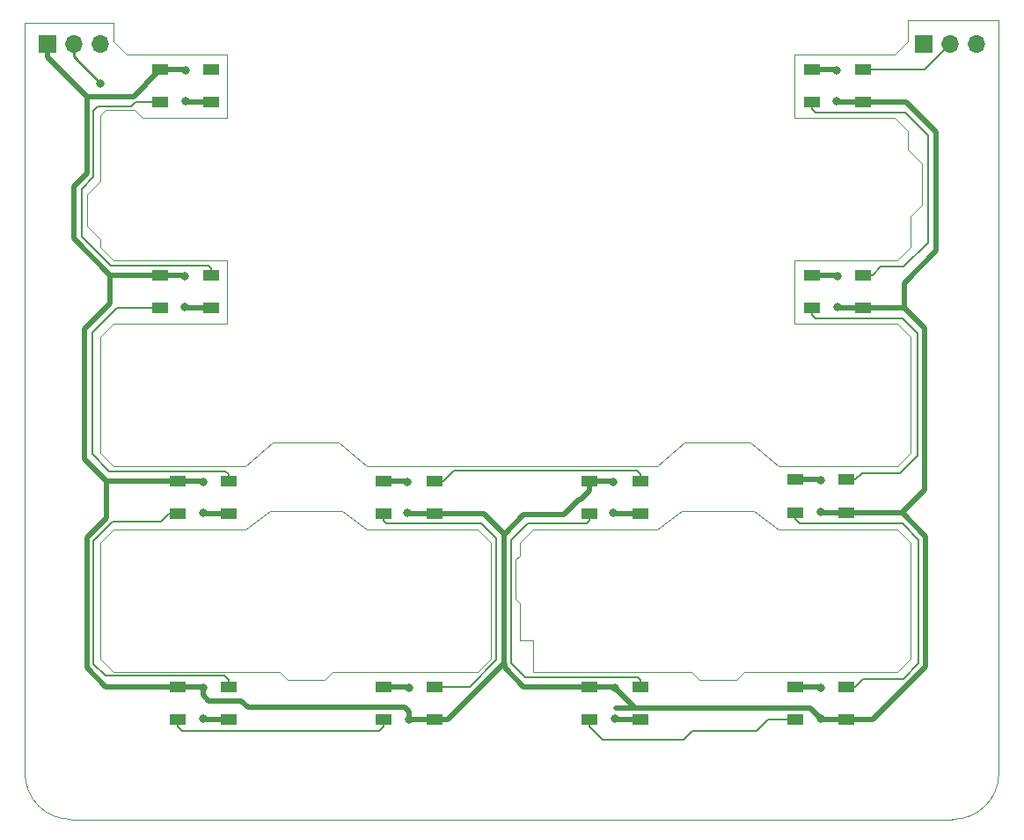
<source format=gbr>
G04 #@! TF.GenerationSoftware,KiCad,Pcbnew,(5.1.6)-1*
G04 #@! TF.CreationDate,2020-07-03T23:32:41-07:00*
G04 #@! TF.ProjectId,daughter,64617567-6874-4657-922e-6b696361645f,rev?*
G04 #@! TF.SameCoordinates,Original*
G04 #@! TF.FileFunction,Copper,L1,Top*
G04 #@! TF.FilePolarity,Positive*
%FSLAX46Y46*%
G04 Gerber Fmt 4.6, Leading zero omitted, Abs format (unit mm)*
G04 Created by KiCad (PCBNEW (5.1.6)-1) date 2020-07-03 23:32:41*
%MOMM*%
%LPD*%
G01*
G04 APERTURE LIST*
G04 #@! TA.AperFunction,Profile*
%ADD10C,0.050000*%
G04 #@! TD*
G04 #@! TA.AperFunction,Profile*
%ADD11C,0.120000*%
G04 #@! TD*
G04 #@! TA.AperFunction,ComponentPad*
%ADD12R,1.700000X1.700000*%
G04 #@! TD*
G04 #@! TA.AperFunction,ComponentPad*
%ADD13O,1.700000X1.700000*%
G04 #@! TD*
G04 #@! TA.AperFunction,SMDPad,CuDef*
%ADD14R,1.500000X1.000000*%
G04 #@! TD*
G04 #@! TA.AperFunction,ViaPad*
%ADD15C,0.800000*%
G04 #@! TD*
G04 #@! TA.AperFunction,ViaPad*
%ADD16C,0.600000*%
G04 #@! TD*
G04 #@! TA.AperFunction,Conductor*
%ADD17C,0.500000*%
G04 #@! TD*
G04 #@! TA.AperFunction,Conductor*
%ADD18C,0.135000*%
G04 #@! TD*
G04 #@! TA.AperFunction,Conductor*
%ADD19C,0.250000*%
G04 #@! TD*
G04 APERTURE END LIST*
D10*
X167005000Y-81851500D02*
X173355000Y-81851500D01*
X176022000Y-84074000D02*
X173355000Y-81851500D01*
X164338000Y-84074000D02*
X167005000Y-81851500D01*
X173672500Y-88455500D02*
X166687500Y-88455500D01*
X176022000Y-90170000D02*
X173672500Y-88455500D01*
X164338000Y-90170000D02*
X166687500Y-88455500D01*
X127381000Y-81851500D02*
X133731000Y-81851500D01*
X134048500Y-88455500D02*
X127063500Y-88455500D01*
X136398000Y-90170000D02*
X134048500Y-88455500D01*
X136398000Y-84074000D02*
X133731000Y-81851500D01*
X124714000Y-84074000D02*
X127381000Y-81851500D01*
X124714000Y-90170000D02*
X127063500Y-88455500D01*
X107950000Y-118110000D02*
X192786000Y-118110000D01*
X197231000Y-41148000D02*
X196596000Y-41148000D01*
X197231000Y-113665000D02*
X197231000Y-41148000D01*
X103505000Y-41402000D02*
X104140000Y-41402000D01*
X103505000Y-113665000D02*
X103505000Y-41402000D01*
D11*
X107950000Y-118110000D02*
G75*
G02*
X103505000Y-113665000I0J4445000D01*
G01*
X197231000Y-113665000D02*
G75*
G02*
X192786000Y-118110000I-4445000J0D01*
G01*
D10*
X188468000Y-41148000D02*
X196596000Y-41148000D01*
X188468000Y-43180000D02*
X188468000Y-41148000D01*
X187198000Y-44450000D02*
X188468000Y-43180000D01*
X177546000Y-44450000D02*
X187198000Y-44450000D01*
X177546000Y-50546000D02*
X177546000Y-44450000D01*
X187198000Y-50546000D02*
X177546000Y-50546000D01*
X188468000Y-51816000D02*
X187198000Y-50546000D01*
X188468000Y-53594000D02*
X188468000Y-51816000D01*
X189865000Y-54991000D02*
X188468000Y-53594000D01*
X189865000Y-58928000D02*
X189865000Y-54991000D01*
X188722000Y-60071000D02*
X189865000Y-58928000D01*
X188722000Y-62992000D02*
X188722000Y-60071000D01*
X187452000Y-64262000D02*
X188722000Y-62992000D01*
X177546000Y-64262000D02*
X187452000Y-64262000D01*
X177546000Y-70358000D02*
X177546000Y-64262000D01*
X187452000Y-70358000D02*
X177546000Y-70358000D01*
X188722000Y-71628000D02*
X187452000Y-70358000D01*
X188722000Y-82804000D02*
X188722000Y-71628000D01*
X187452000Y-84074000D02*
X188722000Y-82804000D01*
X176022000Y-84074000D02*
X187452000Y-84074000D01*
X187452000Y-90170000D02*
X176022000Y-90170000D01*
X188722000Y-91440000D02*
X187452000Y-90170000D01*
X188722000Y-102616000D02*
X188722000Y-91440000D01*
X187452000Y-103886000D02*
X188722000Y-102616000D01*
X172720000Y-103886000D02*
X187452000Y-103886000D01*
X171958000Y-104648000D02*
X172720000Y-103886000D01*
X168402000Y-104648000D02*
X171958000Y-104648000D01*
X167640000Y-103886000D02*
X168402000Y-104648000D01*
X152400000Y-103886000D02*
X167640000Y-103886000D01*
X152400000Y-100838000D02*
X152400000Y-103886000D01*
X151130000Y-100838000D02*
X152400000Y-100838000D01*
X151130000Y-97282000D02*
X151130000Y-100838000D01*
X150749000Y-96901000D02*
X151130000Y-97282000D01*
X150749000Y-93091000D02*
X150749000Y-96901000D01*
X151130000Y-92710000D02*
X150749000Y-93091000D01*
X151130000Y-91440000D02*
X151130000Y-92710000D01*
X152400000Y-90170000D02*
X151130000Y-91440000D01*
X164338000Y-90170000D02*
X152400000Y-90170000D01*
X136398000Y-84074000D02*
X164338000Y-84074000D01*
X147066000Y-90170000D02*
X136398000Y-90170000D01*
X148336000Y-91440000D02*
X147066000Y-90170000D01*
X148336000Y-102616000D02*
X148336000Y-91440000D01*
X147066000Y-103886000D02*
X148336000Y-102616000D01*
X133096000Y-103886000D02*
X147066000Y-103886000D01*
X132334000Y-104648000D02*
X133096000Y-103886000D01*
X128778000Y-104648000D02*
X132334000Y-104648000D01*
X128016000Y-103886000D02*
X128778000Y-104648000D01*
X112014000Y-103886000D02*
X128016000Y-103886000D01*
X110744000Y-102616000D02*
X112014000Y-103886000D01*
X110744000Y-91440000D02*
X110744000Y-102616000D01*
X112014000Y-90170000D02*
X110744000Y-91440000D01*
X124714000Y-90170000D02*
X112014000Y-90170000D01*
X112014000Y-84074000D02*
X124714000Y-84074000D01*
X110744000Y-82804000D02*
X112014000Y-84074000D01*
X110744000Y-71628000D02*
X110744000Y-82804000D01*
X112014000Y-70358000D02*
X110744000Y-71628000D01*
X122936000Y-70358000D02*
X112014000Y-70358000D01*
X122936000Y-64262000D02*
X122936000Y-70358000D01*
X112014000Y-64262000D02*
X122936000Y-64262000D01*
X110744000Y-62992000D02*
X112014000Y-64262000D01*
X110744000Y-62230000D02*
X110744000Y-62992000D01*
X109474000Y-60960000D02*
X110744000Y-62230000D01*
X109474000Y-57912000D02*
X109474000Y-60960000D01*
X110744000Y-56642000D02*
X109474000Y-57912000D01*
X110744000Y-50292000D02*
X110744000Y-56642000D01*
X111252000Y-49784000D02*
X110744000Y-50292000D01*
X114046000Y-49784000D02*
X111252000Y-49784000D01*
X114808000Y-50546000D02*
X114046000Y-49784000D01*
X122936000Y-50546000D02*
X114808000Y-50546000D01*
X122936000Y-44450000D02*
X122936000Y-50546000D01*
X113284000Y-44450000D02*
X122936000Y-44450000D01*
X112014000Y-43180000D02*
X113284000Y-44450000D01*
X112014000Y-41402000D02*
X112014000Y-43180000D01*
X104140000Y-41402000D02*
X112014000Y-41402000D01*
D12*
X105664000Y-43434000D03*
D13*
X108204000Y-43434000D03*
X110744000Y-43434000D03*
D14*
X138012000Y-85522000D03*
X138012000Y-88722000D03*
X142912000Y-85522000D03*
X142912000Y-88722000D03*
X123100000Y-108534000D03*
X123100000Y-105334000D03*
X118200000Y-108534000D03*
X118200000Y-105334000D03*
X118200000Y-85522000D03*
X118200000Y-88722000D03*
X123100000Y-85522000D03*
X123100000Y-88722000D03*
X121449000Y-68910000D03*
X121449000Y-65710000D03*
X116549000Y-68910000D03*
X116549000Y-65710000D03*
X121449000Y-49098000D03*
X121449000Y-45898000D03*
X116549000Y-49098000D03*
X116549000Y-45898000D03*
X157824000Y-105334000D03*
X157824000Y-108534000D03*
X162724000Y-105334000D03*
X162724000Y-108534000D03*
X157824000Y-85522000D03*
X157824000Y-88722000D03*
X162724000Y-85522000D03*
X162724000Y-88722000D03*
X138012000Y-105334000D03*
X138012000Y-108534000D03*
X142912000Y-105334000D03*
X142912000Y-108534000D03*
X184187000Y-49098000D03*
X184187000Y-45898000D03*
X179287000Y-49098000D03*
X179287000Y-45898000D03*
X184187000Y-68910000D03*
X184187000Y-65710000D03*
X179287000Y-68910000D03*
X179287000Y-65710000D03*
X177636000Y-85395000D03*
X177636000Y-88595000D03*
X182536000Y-85395000D03*
X182536000Y-88595000D03*
X182536000Y-108534000D03*
X182536000Y-105334000D03*
X177636000Y-108534000D03*
X177636000Y-105334000D03*
D12*
X189992000Y-43434000D03*
D13*
X192532000Y-43434000D03*
X195072000Y-43434000D03*
D15*
X181610000Y-46010500D03*
X181737000Y-65822500D03*
X180086000Y-85507500D03*
X180086000Y-105446500D03*
X160274000Y-108421500D03*
X160147000Y-88609500D03*
X140335000Y-85634500D03*
X140462000Y-105483000D03*
X120650000Y-108421500D03*
X120650000Y-88609500D03*
X118872000Y-68797500D03*
X118999000Y-48985500D03*
X118872000Y-65822500D03*
X120650000Y-85634500D03*
X140335000Y-88609500D03*
X160147000Y-85634500D03*
X140462000Y-108458000D03*
X160274000Y-105446500D03*
X180086000Y-108421500D03*
X180086000Y-88482500D03*
X181737000Y-68797500D03*
X181610000Y-48985500D03*
X120650000Y-105446500D03*
X118999000Y-46010500D03*
D16*
X121449000Y-45898000D03*
D15*
X110780500Y-47244000D03*
D17*
X179287000Y-45898000D02*
X181497500Y-45898000D01*
X181497500Y-45898000D02*
X181610000Y-46010500D01*
X179287000Y-65710000D02*
X181624500Y-65710000D01*
X181624500Y-65710000D02*
X181737000Y-65822500D01*
X177636000Y-85395000D02*
X179973500Y-85395000D01*
X179973500Y-85395000D02*
X180086000Y-85507500D01*
X177636000Y-105334000D02*
X179973500Y-105334000D01*
X179973500Y-105334000D02*
X180086000Y-105446500D01*
X162724000Y-108534000D02*
X160386500Y-108534000D01*
X160386500Y-108534000D02*
X160274000Y-108421500D01*
X162724000Y-88722000D02*
X160259500Y-88722000D01*
X160259500Y-88722000D02*
X160147000Y-88609500D01*
X138012000Y-85522000D02*
X140222500Y-85522000D01*
X140222500Y-85522000D02*
X140335000Y-85634500D01*
X138012000Y-105334000D02*
X140313000Y-105334000D01*
X140313000Y-105334000D02*
X140462000Y-105483000D01*
X123100000Y-108534000D02*
X120762500Y-108534000D01*
X120762500Y-108534000D02*
X120650000Y-108421500D01*
X123100000Y-88722000D02*
X120762500Y-88722000D01*
X120762500Y-88722000D02*
X120650000Y-88609500D01*
X121449000Y-68910000D02*
X118984500Y-68910000D01*
X118984500Y-68910000D02*
X118872000Y-68797500D01*
X121449000Y-49098000D02*
X119111500Y-49098000D01*
X119111500Y-49098000D02*
X118999000Y-48985500D01*
D18*
X116549000Y-45898000D02*
X116535000Y-45898000D01*
D17*
X105664000Y-44784000D02*
X109474000Y-48594000D01*
X105664000Y-43434000D02*
X105664000Y-44784000D01*
X109474000Y-48594000D02*
X109474000Y-55956200D01*
X109474000Y-55956200D02*
X108204000Y-57226200D01*
X108204000Y-57226200D02*
X108204000Y-62204600D01*
X111709400Y-65710000D02*
X116549000Y-65710000D01*
X108204000Y-62204600D02*
X111709400Y-65710000D01*
X116549000Y-65710000D02*
X118759500Y-65710000D01*
X118759500Y-65710000D02*
X118872000Y-65822500D01*
X111709400Y-65710000D02*
X111709400Y-68427400D01*
X111709400Y-68427400D02*
X109220000Y-70916800D01*
X109220000Y-70916800D02*
X109220000Y-83413600D01*
X111328400Y-85522000D02*
X118200000Y-85522000D01*
X109220000Y-83413600D02*
X111328400Y-85522000D01*
X118200000Y-85522000D02*
X120537500Y-85522000D01*
X120537500Y-85522000D02*
X120650000Y-85634500D01*
X142912000Y-88722000D02*
X140447500Y-88722000D01*
X140447500Y-88722000D02*
X140335000Y-88609500D01*
X157824000Y-85522000D02*
X160034500Y-85522000D01*
X160034500Y-85522000D02*
X160147000Y-85634500D01*
X142912000Y-108534000D02*
X140538000Y-108534000D01*
X140538000Y-108534000D02*
X140462000Y-108458000D01*
X157824000Y-105334000D02*
X160161500Y-105334000D01*
X160161500Y-105334000D02*
X160274000Y-105446500D01*
X182536000Y-108534000D02*
X180198500Y-108534000D01*
X180198500Y-108534000D02*
X180086000Y-108421500D01*
X182536000Y-88595000D02*
X180198500Y-88595000D01*
X180198500Y-88595000D02*
X180086000Y-88482500D01*
X184187000Y-68910000D02*
X181849500Y-68910000D01*
X181849500Y-68910000D02*
X181737000Y-68797500D01*
X184187000Y-49098000D02*
X181722500Y-49098000D01*
X181722500Y-49098000D02*
X181610000Y-48985500D01*
X111328400Y-85522000D02*
X111328400Y-89103000D01*
X111328400Y-89103000D02*
X109448600Y-90982800D01*
X109448600Y-90982800D02*
X109448600Y-103530400D01*
X111252200Y-105334000D02*
X118200000Y-105334000D01*
X109448600Y-103530400D02*
X111252200Y-105334000D01*
X118200000Y-105334000D02*
X120537500Y-105334000D01*
X120537500Y-105334000D02*
X120650000Y-105446500D01*
X120650000Y-106159000D02*
X121196400Y-106705400D01*
X120650000Y-105446500D02*
X120650000Y-106159000D01*
X121196400Y-106705400D02*
X124333000Y-106705400D01*
X124333000Y-106705400D02*
X124968000Y-107340400D01*
X140462000Y-107745500D02*
X140462000Y-108458000D01*
X140056900Y-107340400D02*
X140462000Y-107745500D01*
X124968000Y-107340400D02*
X140056900Y-107340400D01*
X144162000Y-108534000D02*
X149606000Y-103090000D01*
X142912000Y-108534000D02*
X144162000Y-108534000D01*
X149606000Y-103090000D02*
X149606000Y-90627200D01*
X147700800Y-88722000D02*
X142912000Y-88722000D01*
X149606000Y-90627200D02*
X147700800Y-88722000D01*
X149606000Y-90627200D02*
X149656800Y-90627200D01*
X149656800Y-90627200D02*
X151511000Y-88773000D01*
X151511000Y-88773000D02*
X155346400Y-88773000D01*
X155346400Y-88773000D02*
X156768800Y-87350600D01*
X157824000Y-86522000D02*
X157824000Y-85522000D01*
X156995400Y-87350600D02*
X157824000Y-86522000D01*
X156768800Y-87350600D02*
X156995400Y-87350600D01*
X149606000Y-103093868D02*
X149682200Y-103170068D01*
X149606000Y-103090000D02*
X149606000Y-103093868D01*
X149682200Y-103170068D02*
X149682200Y-103530400D01*
X151485800Y-105334000D02*
X157824000Y-105334000D01*
X149682200Y-103530400D02*
X151485800Y-105334000D01*
X160274000Y-105446500D02*
X160285100Y-105446500D01*
X160285100Y-105446500D02*
X162255200Y-107416600D01*
X160337800Y-107416600D02*
X177876200Y-107416600D01*
X180086000Y-108421500D02*
X180086000Y-108407200D01*
X179095400Y-107416600D02*
X177876200Y-107416600D01*
X180086000Y-108407200D02*
X179095400Y-107416600D01*
X182536000Y-108534000D02*
X185090000Y-108534000D01*
X185090000Y-108534000D02*
X190195200Y-103428800D01*
X190195200Y-103428800D02*
X190195200Y-90855800D01*
X187934400Y-88595000D02*
X182536000Y-88595000D01*
X190195200Y-90855800D02*
X187934400Y-88595000D01*
X187934400Y-88595000D02*
X187934400Y-88544600D01*
X187934400Y-88544600D02*
X190042800Y-86436200D01*
X190042800Y-86436200D02*
X190042800Y-70840600D01*
X188112200Y-68910000D02*
X184187000Y-68910000D01*
X190042800Y-70840600D02*
X188112200Y-68910000D01*
X188112200Y-68910000D02*
X188112200Y-66472000D01*
X188112200Y-66472000D02*
X191185800Y-63398400D01*
X191185800Y-63398400D02*
X191185800Y-51968400D01*
X188315400Y-49098000D02*
X184187000Y-49098000D01*
X191185800Y-51968400D02*
X188315400Y-49098000D01*
X116549000Y-45898000D02*
X118886500Y-45898000D01*
X118886500Y-45898000D02*
X118999000Y-46010500D01*
X116535000Y-45898000D02*
X115189000Y-47244000D01*
X115189000Y-47244000D02*
X115189000Y-47371000D01*
X113966000Y-48594000D02*
X109474000Y-48594000D01*
X115189000Y-47371000D02*
X113966000Y-48594000D01*
D18*
X117315000Y-88722000D02*
X116586000Y-89451000D01*
X118200000Y-88722000D02*
X117315000Y-88722000D01*
X116586000Y-89451000D02*
X111971000Y-89451000D01*
X111971000Y-89451000D02*
X110109000Y-91313000D01*
X110109000Y-91313000D02*
X110109000Y-103124000D01*
X110109000Y-103124000D02*
X111252000Y-104267000D01*
X123100000Y-104699000D02*
X123100000Y-105334000D01*
X122668000Y-104267000D02*
X123100000Y-104699000D01*
X111252000Y-104267000D02*
X122668000Y-104267000D01*
X118200000Y-109169000D02*
X118632000Y-109601000D01*
X118200000Y-108534000D02*
X118200000Y-109169000D01*
X138012000Y-109169000D02*
X138012000Y-108534000D01*
X137580000Y-109601000D02*
X138012000Y-109169000D01*
X118632000Y-109601000D02*
X137580000Y-109601000D01*
X116549000Y-68910000D02*
X112319000Y-68910000D01*
X112319000Y-68910000D02*
X109982000Y-71247000D01*
X109982000Y-71247000D02*
X109982000Y-82931000D01*
X109982000Y-82931000D02*
X111633000Y-84582000D01*
X123100000Y-84887000D02*
X123100000Y-85522000D01*
X122795000Y-84582000D02*
X123100000Y-84887000D01*
X111633000Y-84582000D02*
X122795000Y-84582000D01*
X121144000Y-64770000D02*
X121449000Y-65075000D01*
X111760000Y-64770000D02*
X121144000Y-64770000D01*
X108966000Y-61976000D02*
X111760000Y-64770000D01*
X121449000Y-65075000D02*
X121449000Y-65710000D01*
X110109000Y-56261000D02*
X108966000Y-57404000D01*
X108966000Y-57404000D02*
X108966000Y-61976000D01*
X114097000Y-49098000D02*
X113703510Y-49491490D01*
X113703510Y-49491490D02*
X110528510Y-49491490D01*
X116549000Y-49098000D02*
X114097000Y-49098000D01*
X110528510Y-49491490D02*
X110109000Y-49911000D01*
X110109000Y-49911000D02*
X110109000Y-56261000D01*
X157824000Y-109169000D02*
X159119600Y-110464600D01*
X157824000Y-108534000D02*
X157824000Y-109169000D01*
X159119600Y-110464600D02*
X166903400Y-110464600D01*
X166903400Y-110464600D02*
X167741600Y-109626400D01*
X167741600Y-109626400D02*
X173939200Y-109626400D01*
X175031600Y-108534000D02*
X177636000Y-108534000D01*
X173939200Y-109626400D02*
X175031600Y-108534000D01*
X162724000Y-104699000D02*
X162724000Y-105334000D01*
X151663400Y-104419400D02*
X162444400Y-104419400D01*
X157824000Y-88722000D02*
X157824000Y-89357000D01*
X157824000Y-89357000D02*
X157544400Y-89636600D01*
X157544400Y-89636600D02*
X151917400Y-89636600D01*
X150291800Y-103047800D02*
X151663400Y-104419400D01*
X151917400Y-89636600D02*
X150291800Y-91262200D01*
X162444400Y-104419400D02*
X162724000Y-104699000D01*
X150291800Y-91262200D02*
X150291800Y-103047800D01*
X162724000Y-84887000D02*
X162724000Y-85522000D01*
X144762400Y-84556600D02*
X162393600Y-84556600D01*
X143797000Y-85522000D02*
X144762400Y-84556600D01*
X162393600Y-84556600D02*
X162724000Y-84887000D01*
X142912000Y-85522000D02*
X143797000Y-85522000D01*
X138012000Y-89357000D02*
X138012000Y-88722000D01*
X148869400Y-102743000D02*
X148869400Y-91059000D01*
X142912000Y-105334000D02*
X146278400Y-105334000D01*
X147447000Y-89636600D02*
X138291600Y-89636600D01*
X146278400Y-105334000D02*
X148869400Y-102743000D01*
X138291600Y-89636600D02*
X138012000Y-89357000D01*
X148869400Y-91059000D02*
X147447000Y-89636600D01*
X185072000Y-65710000D02*
X185859600Y-64922400D01*
X184187000Y-65710000D02*
X185072000Y-65710000D01*
X185859600Y-64922400D02*
X188087000Y-64922400D01*
X188087000Y-64922400D02*
X190423800Y-62585600D01*
X190423800Y-62585600D02*
X190423800Y-52298600D01*
X190423800Y-52298600D02*
X188188600Y-50063400D01*
X179287000Y-49733000D02*
X179287000Y-49098000D01*
X179617400Y-50063400D02*
X179287000Y-49733000D01*
X188188600Y-50063400D02*
X179617400Y-50063400D01*
X183421000Y-85395000D02*
X184056200Y-84759800D01*
X182536000Y-85395000D02*
X183421000Y-85395000D01*
X184056200Y-84759800D02*
X187731400Y-84759800D01*
X187731400Y-84759800D02*
X189407800Y-83083400D01*
X189407800Y-83083400D02*
X189407800Y-71323200D01*
X189407800Y-71323200D02*
X187934600Y-69850000D01*
X179287000Y-69545000D02*
X179287000Y-68910000D01*
X179592000Y-69850000D02*
X179287000Y-69545000D01*
X187934600Y-69850000D02*
X179592000Y-69850000D01*
X183421000Y-105334000D02*
X184183200Y-104571800D01*
X182536000Y-105334000D02*
X183421000Y-105334000D01*
X184183200Y-104571800D02*
X188010800Y-104571800D01*
X188010800Y-104571800D02*
X189509400Y-103073200D01*
X189509400Y-103073200D02*
X189509400Y-91186000D01*
X189509400Y-91186000D02*
X187960000Y-89636600D01*
X177636000Y-89230000D02*
X177636000Y-88595000D01*
X178042600Y-89636600D02*
X177636000Y-89230000D01*
X187960000Y-89636600D02*
X178042600Y-89636600D01*
D19*
X108204000Y-43434000D02*
X108204000Y-44667500D01*
X108204000Y-44667500D02*
X110780500Y-47244000D01*
D18*
X185072000Y-45898000D02*
X185072200Y-45897800D01*
X184187000Y-45898000D02*
X185072000Y-45898000D01*
X190068200Y-45897800D02*
X192532000Y-43434000D01*
X185072200Y-45897800D02*
X190068200Y-45897800D01*
M02*

</source>
